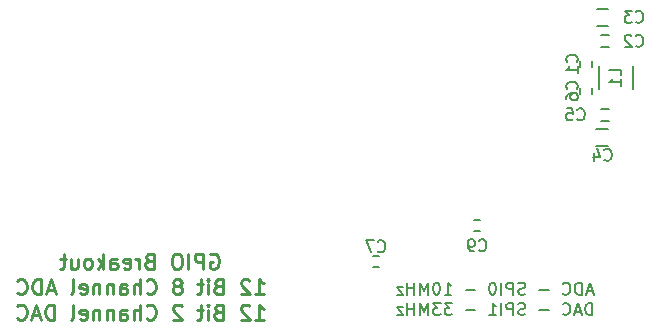
<source format=gbo>
G04 #@! TF.FileFunction,Legend,Bot*
%FSLAX46Y46*%
G04 Gerber Fmt 4.6, Leading zero omitted, Abs format (unit mm)*
G04 Created by KiCad (PCBNEW Rev-6964-Dev Build) date Sun Oct 16 19:16:18 2016*
%MOMM*%
%LPD*%
G01*
G04 APERTURE LIST*
%ADD10C,0.101600*%
%ADD11C,0.203200*%
%ADD12C,0.254000*%
%ADD13C,0.150000*%
G04 APERTURE END LIST*
D10*
D11*
X164012396Y-105731733D02*
X163528586Y-105731733D01*
X164109158Y-106022019D02*
X163770491Y-105006019D01*
X163431824Y-106022019D01*
X163093158Y-106022019D02*
X163093158Y-105006019D01*
X162851253Y-105006019D01*
X162706110Y-105054400D01*
X162609348Y-105151161D01*
X162560967Y-105247923D01*
X162512586Y-105441447D01*
X162512586Y-105586590D01*
X162560967Y-105780114D01*
X162609348Y-105876876D01*
X162706110Y-105973638D01*
X162851253Y-106022019D01*
X163093158Y-106022019D01*
X161496586Y-105925257D02*
X161544967Y-105973638D01*
X161690110Y-106022019D01*
X161786872Y-106022019D01*
X161932015Y-105973638D01*
X162028777Y-105876876D01*
X162077158Y-105780114D01*
X162125539Y-105586590D01*
X162125539Y-105441447D01*
X162077158Y-105247923D01*
X162028777Y-105151161D01*
X161932015Y-105054400D01*
X161786872Y-105006019D01*
X161690110Y-105006019D01*
X161544967Y-105054400D01*
X161496586Y-105102780D01*
X160287062Y-105634971D02*
X159512967Y-105634971D01*
X158303443Y-105973638D02*
X158158300Y-106022019D01*
X157916396Y-106022019D01*
X157819634Y-105973638D01*
X157771253Y-105925257D01*
X157722872Y-105828495D01*
X157722872Y-105731733D01*
X157771253Y-105634971D01*
X157819634Y-105586590D01*
X157916396Y-105538209D01*
X158109920Y-105489828D01*
X158206681Y-105441447D01*
X158255062Y-105393066D01*
X158303443Y-105296304D01*
X158303443Y-105199542D01*
X158255062Y-105102780D01*
X158206681Y-105054400D01*
X158109920Y-105006019D01*
X157868015Y-105006019D01*
X157722872Y-105054400D01*
X157287443Y-106022019D02*
X157287443Y-105006019D01*
X156900396Y-105006019D01*
X156803634Y-105054400D01*
X156755253Y-105102780D01*
X156706872Y-105199542D01*
X156706872Y-105344685D01*
X156755253Y-105441447D01*
X156803634Y-105489828D01*
X156900396Y-105538209D01*
X157287443Y-105538209D01*
X156271443Y-106022019D02*
X156271443Y-105006019D01*
X155594110Y-105006019D02*
X155497348Y-105006019D01*
X155400586Y-105054400D01*
X155352205Y-105102780D01*
X155303824Y-105199542D01*
X155255443Y-105393066D01*
X155255443Y-105634971D01*
X155303824Y-105828495D01*
X155352205Y-105925257D01*
X155400586Y-105973638D01*
X155497348Y-106022019D01*
X155594110Y-106022019D01*
X155690872Y-105973638D01*
X155739253Y-105925257D01*
X155787634Y-105828495D01*
X155836015Y-105634971D01*
X155836015Y-105393066D01*
X155787634Y-105199542D01*
X155739253Y-105102780D01*
X155690872Y-105054400D01*
X155594110Y-105006019D01*
X154045920Y-105634971D02*
X153271824Y-105634971D01*
X151481729Y-106022019D02*
X152062300Y-106022019D01*
X151772015Y-106022019D02*
X151772015Y-105006019D01*
X151868777Y-105151161D01*
X151965539Y-105247923D01*
X152062300Y-105296304D01*
X150852777Y-105006019D02*
X150756015Y-105006019D01*
X150659253Y-105054400D01*
X150610872Y-105102780D01*
X150562491Y-105199542D01*
X150514110Y-105393066D01*
X150514110Y-105634971D01*
X150562491Y-105828495D01*
X150610872Y-105925257D01*
X150659253Y-105973638D01*
X150756015Y-106022019D01*
X150852777Y-106022019D01*
X150949539Y-105973638D01*
X150997920Y-105925257D01*
X151046300Y-105828495D01*
X151094681Y-105634971D01*
X151094681Y-105393066D01*
X151046300Y-105199542D01*
X150997920Y-105102780D01*
X150949539Y-105054400D01*
X150852777Y-105006019D01*
X150078681Y-106022019D02*
X150078681Y-105006019D01*
X149740015Y-105731733D01*
X149401348Y-105006019D01*
X149401348Y-106022019D01*
X148917539Y-106022019D02*
X148917539Y-105006019D01*
X148917539Y-105489828D02*
X148336967Y-105489828D01*
X148336967Y-106022019D02*
X148336967Y-105006019D01*
X147949920Y-105344685D02*
X147417729Y-105344685D01*
X147949920Y-106022019D01*
X147417729Y-106022019D01*
X163964015Y-107749219D02*
X163964015Y-106733219D01*
X163722110Y-106733219D01*
X163576967Y-106781600D01*
X163480205Y-106878361D01*
X163431824Y-106975123D01*
X163383443Y-107168647D01*
X163383443Y-107313790D01*
X163431824Y-107507314D01*
X163480205Y-107604076D01*
X163576967Y-107700838D01*
X163722110Y-107749219D01*
X163964015Y-107749219D01*
X162996396Y-107458933D02*
X162512586Y-107458933D01*
X163093158Y-107749219D02*
X162754491Y-106733219D01*
X162415824Y-107749219D01*
X161496586Y-107652457D02*
X161544967Y-107700838D01*
X161690110Y-107749219D01*
X161786872Y-107749219D01*
X161932015Y-107700838D01*
X162028777Y-107604076D01*
X162077158Y-107507314D01*
X162125539Y-107313790D01*
X162125539Y-107168647D01*
X162077158Y-106975123D01*
X162028777Y-106878361D01*
X161932015Y-106781600D01*
X161786872Y-106733219D01*
X161690110Y-106733219D01*
X161544967Y-106781600D01*
X161496586Y-106829980D01*
X160287062Y-107362171D02*
X159512967Y-107362171D01*
X158303443Y-107700838D02*
X158158300Y-107749219D01*
X157916396Y-107749219D01*
X157819634Y-107700838D01*
X157771253Y-107652457D01*
X157722872Y-107555695D01*
X157722872Y-107458933D01*
X157771253Y-107362171D01*
X157819634Y-107313790D01*
X157916396Y-107265409D01*
X158109920Y-107217028D01*
X158206681Y-107168647D01*
X158255062Y-107120266D01*
X158303443Y-107023504D01*
X158303443Y-106926742D01*
X158255062Y-106829980D01*
X158206681Y-106781600D01*
X158109920Y-106733219D01*
X157868015Y-106733219D01*
X157722872Y-106781600D01*
X157287443Y-107749219D02*
X157287443Y-106733219D01*
X156900396Y-106733219D01*
X156803634Y-106781600D01*
X156755253Y-106829980D01*
X156706872Y-106926742D01*
X156706872Y-107071885D01*
X156755253Y-107168647D01*
X156803634Y-107217028D01*
X156900396Y-107265409D01*
X157287443Y-107265409D01*
X156271443Y-107749219D02*
X156271443Y-106733219D01*
X155255443Y-107749219D02*
X155836015Y-107749219D01*
X155545729Y-107749219D02*
X155545729Y-106733219D01*
X155642491Y-106878361D01*
X155739253Y-106975123D01*
X155836015Y-107023504D01*
X154045920Y-107362171D02*
X153271824Y-107362171D01*
X152110681Y-106733219D02*
X151481729Y-106733219D01*
X151820396Y-107120266D01*
X151675253Y-107120266D01*
X151578491Y-107168647D01*
X151530110Y-107217028D01*
X151481729Y-107313790D01*
X151481729Y-107555695D01*
X151530110Y-107652457D01*
X151578491Y-107700838D01*
X151675253Y-107749219D01*
X151965539Y-107749219D01*
X152062300Y-107700838D01*
X152110681Y-107652457D01*
X151143062Y-106733219D02*
X150514110Y-106733219D01*
X150852777Y-107120266D01*
X150707634Y-107120266D01*
X150610872Y-107168647D01*
X150562491Y-107217028D01*
X150514110Y-107313790D01*
X150514110Y-107555695D01*
X150562491Y-107652457D01*
X150610872Y-107700838D01*
X150707634Y-107749219D01*
X150997920Y-107749219D01*
X151094681Y-107700838D01*
X151143062Y-107652457D01*
X150078681Y-107749219D02*
X150078681Y-106733219D01*
X149740015Y-107458933D01*
X149401348Y-106733219D01*
X149401348Y-107749219D01*
X148917539Y-107749219D02*
X148917539Y-106733219D01*
X148917539Y-107217028D02*
X148336967Y-107217028D01*
X148336967Y-107749219D02*
X148336967Y-106733219D01*
X147949920Y-107071885D02*
X147417729Y-107071885D01*
X147949920Y-107749219D01*
X147417729Y-107749219D01*
D12*
X131656666Y-102616000D02*
X131777619Y-102555523D01*
X131959047Y-102555523D01*
X132140476Y-102616000D01*
X132261428Y-102736952D01*
X132321904Y-102857904D01*
X132382380Y-103099809D01*
X132382380Y-103281238D01*
X132321904Y-103523142D01*
X132261428Y-103644095D01*
X132140476Y-103765047D01*
X131959047Y-103825523D01*
X131838095Y-103825523D01*
X131656666Y-103765047D01*
X131596190Y-103704571D01*
X131596190Y-103281238D01*
X131838095Y-103281238D01*
X131051904Y-103825523D02*
X131051904Y-102555523D01*
X130568095Y-102555523D01*
X130447142Y-102616000D01*
X130386666Y-102676476D01*
X130326190Y-102797428D01*
X130326190Y-102978857D01*
X130386666Y-103099809D01*
X130447142Y-103160285D01*
X130568095Y-103220761D01*
X131051904Y-103220761D01*
X129781904Y-103825523D02*
X129781904Y-102555523D01*
X128935238Y-102555523D02*
X128693333Y-102555523D01*
X128572380Y-102616000D01*
X128451428Y-102736952D01*
X128390952Y-102978857D01*
X128390952Y-103402190D01*
X128451428Y-103644095D01*
X128572380Y-103765047D01*
X128693333Y-103825523D01*
X128935238Y-103825523D01*
X129056190Y-103765047D01*
X129177142Y-103644095D01*
X129237619Y-103402190D01*
X129237619Y-102978857D01*
X129177142Y-102736952D01*
X129056190Y-102616000D01*
X128935238Y-102555523D01*
X126455714Y-103160285D02*
X126274285Y-103220761D01*
X126213809Y-103281238D01*
X126153333Y-103402190D01*
X126153333Y-103583619D01*
X126213809Y-103704571D01*
X126274285Y-103765047D01*
X126395238Y-103825523D01*
X126879047Y-103825523D01*
X126879047Y-102555523D01*
X126455714Y-102555523D01*
X126334761Y-102616000D01*
X126274285Y-102676476D01*
X126213809Y-102797428D01*
X126213809Y-102918380D01*
X126274285Y-103039333D01*
X126334761Y-103099809D01*
X126455714Y-103160285D01*
X126879047Y-103160285D01*
X125609047Y-103825523D02*
X125609047Y-102978857D01*
X125609047Y-103220761D02*
X125548571Y-103099809D01*
X125488095Y-103039333D01*
X125367142Y-102978857D01*
X125246190Y-102978857D01*
X124339047Y-103765047D02*
X124460000Y-103825523D01*
X124701904Y-103825523D01*
X124822857Y-103765047D01*
X124883333Y-103644095D01*
X124883333Y-103160285D01*
X124822857Y-103039333D01*
X124701904Y-102978857D01*
X124460000Y-102978857D01*
X124339047Y-103039333D01*
X124278571Y-103160285D01*
X124278571Y-103281238D01*
X124883333Y-103402190D01*
X123190000Y-103825523D02*
X123190000Y-103160285D01*
X123250476Y-103039333D01*
X123371428Y-102978857D01*
X123613333Y-102978857D01*
X123734285Y-103039333D01*
X123190000Y-103765047D02*
X123310952Y-103825523D01*
X123613333Y-103825523D01*
X123734285Y-103765047D01*
X123794761Y-103644095D01*
X123794761Y-103523142D01*
X123734285Y-103402190D01*
X123613333Y-103341714D01*
X123310952Y-103341714D01*
X123190000Y-103281238D01*
X122585238Y-103825523D02*
X122585238Y-102555523D01*
X122464285Y-103341714D02*
X122101428Y-103825523D01*
X122101428Y-102978857D02*
X122585238Y-103462666D01*
X121375714Y-103825523D02*
X121496666Y-103765047D01*
X121557142Y-103704571D01*
X121617619Y-103583619D01*
X121617619Y-103220761D01*
X121557142Y-103099809D01*
X121496666Y-103039333D01*
X121375714Y-102978857D01*
X121194285Y-102978857D01*
X121073333Y-103039333D01*
X121012857Y-103099809D01*
X120952380Y-103220761D01*
X120952380Y-103583619D01*
X121012857Y-103704571D01*
X121073333Y-103765047D01*
X121194285Y-103825523D01*
X121375714Y-103825523D01*
X119863809Y-102978857D02*
X119863809Y-103825523D01*
X120408095Y-102978857D02*
X120408095Y-103644095D01*
X120347619Y-103765047D01*
X120226666Y-103825523D01*
X120045238Y-103825523D01*
X119924285Y-103765047D01*
X119863809Y-103704571D01*
X119440476Y-102978857D02*
X118956666Y-102978857D01*
X119259047Y-102555523D02*
X119259047Y-103644095D01*
X119198571Y-103765047D01*
X119077619Y-103825523D01*
X118956666Y-103825523D01*
X135436428Y-105984523D02*
X136162142Y-105984523D01*
X135799285Y-105984523D02*
X135799285Y-104714523D01*
X135920238Y-104895952D01*
X136041190Y-105016904D01*
X136162142Y-105077380D01*
X134952619Y-104835476D02*
X134892142Y-104775000D01*
X134771190Y-104714523D01*
X134468809Y-104714523D01*
X134347857Y-104775000D01*
X134287380Y-104835476D01*
X134226904Y-104956428D01*
X134226904Y-105077380D01*
X134287380Y-105258809D01*
X135013095Y-105984523D01*
X134226904Y-105984523D01*
X132291666Y-105319285D02*
X132110238Y-105379761D01*
X132049761Y-105440238D01*
X131989285Y-105561190D01*
X131989285Y-105742619D01*
X132049761Y-105863571D01*
X132110238Y-105924047D01*
X132231190Y-105984523D01*
X132715000Y-105984523D01*
X132715000Y-104714523D01*
X132291666Y-104714523D01*
X132170714Y-104775000D01*
X132110238Y-104835476D01*
X132049761Y-104956428D01*
X132049761Y-105077380D01*
X132110238Y-105198333D01*
X132170714Y-105258809D01*
X132291666Y-105319285D01*
X132715000Y-105319285D01*
X131445000Y-105984523D02*
X131445000Y-105137857D01*
X131445000Y-104714523D02*
X131505476Y-104775000D01*
X131445000Y-104835476D01*
X131384523Y-104775000D01*
X131445000Y-104714523D01*
X131445000Y-104835476D01*
X131021666Y-105137857D02*
X130537857Y-105137857D01*
X130840238Y-104714523D02*
X130840238Y-105803095D01*
X130779761Y-105924047D01*
X130658809Y-105984523D01*
X130537857Y-105984523D01*
X128965476Y-105258809D02*
X129086428Y-105198333D01*
X129146904Y-105137857D01*
X129207380Y-105016904D01*
X129207380Y-104956428D01*
X129146904Y-104835476D01*
X129086428Y-104775000D01*
X128965476Y-104714523D01*
X128723571Y-104714523D01*
X128602619Y-104775000D01*
X128542142Y-104835476D01*
X128481666Y-104956428D01*
X128481666Y-105016904D01*
X128542142Y-105137857D01*
X128602619Y-105198333D01*
X128723571Y-105258809D01*
X128965476Y-105258809D01*
X129086428Y-105319285D01*
X129146904Y-105379761D01*
X129207380Y-105500714D01*
X129207380Y-105742619D01*
X129146904Y-105863571D01*
X129086428Y-105924047D01*
X128965476Y-105984523D01*
X128723571Y-105984523D01*
X128602619Y-105924047D01*
X128542142Y-105863571D01*
X128481666Y-105742619D01*
X128481666Y-105500714D01*
X128542142Y-105379761D01*
X128602619Y-105319285D01*
X128723571Y-105258809D01*
X126244047Y-105863571D02*
X126304523Y-105924047D01*
X126485952Y-105984523D01*
X126606904Y-105984523D01*
X126788333Y-105924047D01*
X126909285Y-105803095D01*
X126969761Y-105682142D01*
X127030238Y-105440238D01*
X127030238Y-105258809D01*
X126969761Y-105016904D01*
X126909285Y-104895952D01*
X126788333Y-104775000D01*
X126606904Y-104714523D01*
X126485952Y-104714523D01*
X126304523Y-104775000D01*
X126244047Y-104835476D01*
X125699761Y-105984523D02*
X125699761Y-104714523D01*
X125155476Y-105984523D02*
X125155476Y-105319285D01*
X125215952Y-105198333D01*
X125336904Y-105137857D01*
X125518333Y-105137857D01*
X125639285Y-105198333D01*
X125699761Y-105258809D01*
X124006428Y-105984523D02*
X124006428Y-105319285D01*
X124066904Y-105198333D01*
X124187857Y-105137857D01*
X124429761Y-105137857D01*
X124550714Y-105198333D01*
X124006428Y-105924047D02*
X124127380Y-105984523D01*
X124429761Y-105984523D01*
X124550714Y-105924047D01*
X124611190Y-105803095D01*
X124611190Y-105682142D01*
X124550714Y-105561190D01*
X124429761Y-105500714D01*
X124127380Y-105500714D01*
X124006428Y-105440238D01*
X123401666Y-105137857D02*
X123401666Y-105984523D01*
X123401666Y-105258809D02*
X123341190Y-105198333D01*
X123220238Y-105137857D01*
X123038809Y-105137857D01*
X122917857Y-105198333D01*
X122857380Y-105319285D01*
X122857380Y-105984523D01*
X122252619Y-105137857D02*
X122252619Y-105984523D01*
X122252619Y-105258809D02*
X122192142Y-105198333D01*
X122071190Y-105137857D01*
X121889761Y-105137857D01*
X121768809Y-105198333D01*
X121708333Y-105319285D01*
X121708333Y-105984523D01*
X120619761Y-105924047D02*
X120740714Y-105984523D01*
X120982619Y-105984523D01*
X121103571Y-105924047D01*
X121164047Y-105803095D01*
X121164047Y-105319285D01*
X121103571Y-105198333D01*
X120982619Y-105137857D01*
X120740714Y-105137857D01*
X120619761Y-105198333D01*
X120559285Y-105319285D01*
X120559285Y-105440238D01*
X121164047Y-105561190D01*
X119833571Y-105984523D02*
X119954523Y-105924047D01*
X120015000Y-105803095D01*
X120015000Y-104714523D01*
X118442619Y-105621666D02*
X117837857Y-105621666D01*
X118563571Y-105984523D02*
X118140238Y-104714523D01*
X117716904Y-105984523D01*
X117293571Y-105984523D02*
X117293571Y-104714523D01*
X116991190Y-104714523D01*
X116809761Y-104775000D01*
X116688809Y-104895952D01*
X116628333Y-105016904D01*
X116567857Y-105258809D01*
X116567857Y-105440238D01*
X116628333Y-105682142D01*
X116688809Y-105803095D01*
X116809761Y-105924047D01*
X116991190Y-105984523D01*
X117293571Y-105984523D01*
X115297857Y-105863571D02*
X115358333Y-105924047D01*
X115539761Y-105984523D01*
X115660714Y-105984523D01*
X115842142Y-105924047D01*
X115963095Y-105803095D01*
X116023571Y-105682142D01*
X116084047Y-105440238D01*
X116084047Y-105258809D01*
X116023571Y-105016904D01*
X115963095Y-104895952D01*
X115842142Y-104775000D01*
X115660714Y-104714523D01*
X115539761Y-104714523D01*
X115358333Y-104775000D01*
X115297857Y-104835476D01*
X135436428Y-108143523D02*
X136162142Y-108143523D01*
X135799285Y-108143523D02*
X135799285Y-106873523D01*
X135920238Y-107054952D01*
X136041190Y-107175904D01*
X136162142Y-107236380D01*
X134952619Y-106994476D02*
X134892142Y-106934000D01*
X134771190Y-106873523D01*
X134468809Y-106873523D01*
X134347857Y-106934000D01*
X134287380Y-106994476D01*
X134226904Y-107115428D01*
X134226904Y-107236380D01*
X134287380Y-107417809D01*
X135013095Y-108143523D01*
X134226904Y-108143523D01*
X132291666Y-107478285D02*
X132110238Y-107538761D01*
X132049761Y-107599238D01*
X131989285Y-107720190D01*
X131989285Y-107901619D01*
X132049761Y-108022571D01*
X132110238Y-108083047D01*
X132231190Y-108143523D01*
X132715000Y-108143523D01*
X132715000Y-106873523D01*
X132291666Y-106873523D01*
X132170714Y-106934000D01*
X132110238Y-106994476D01*
X132049761Y-107115428D01*
X132049761Y-107236380D01*
X132110238Y-107357333D01*
X132170714Y-107417809D01*
X132291666Y-107478285D01*
X132715000Y-107478285D01*
X131445000Y-108143523D02*
X131445000Y-107296857D01*
X131445000Y-106873523D02*
X131505476Y-106934000D01*
X131445000Y-106994476D01*
X131384523Y-106934000D01*
X131445000Y-106873523D01*
X131445000Y-106994476D01*
X131021666Y-107296857D02*
X130537857Y-107296857D01*
X130840238Y-106873523D02*
X130840238Y-107962095D01*
X130779761Y-108083047D01*
X130658809Y-108143523D01*
X130537857Y-108143523D01*
X129207380Y-106994476D02*
X129146904Y-106934000D01*
X129025952Y-106873523D01*
X128723571Y-106873523D01*
X128602619Y-106934000D01*
X128542142Y-106994476D01*
X128481666Y-107115428D01*
X128481666Y-107236380D01*
X128542142Y-107417809D01*
X129267857Y-108143523D01*
X128481666Y-108143523D01*
X126244047Y-108022571D02*
X126304523Y-108083047D01*
X126485952Y-108143523D01*
X126606904Y-108143523D01*
X126788333Y-108083047D01*
X126909285Y-107962095D01*
X126969761Y-107841142D01*
X127030238Y-107599238D01*
X127030238Y-107417809D01*
X126969761Y-107175904D01*
X126909285Y-107054952D01*
X126788333Y-106934000D01*
X126606904Y-106873523D01*
X126485952Y-106873523D01*
X126304523Y-106934000D01*
X126244047Y-106994476D01*
X125699761Y-108143523D02*
X125699761Y-106873523D01*
X125155476Y-108143523D02*
X125155476Y-107478285D01*
X125215952Y-107357333D01*
X125336904Y-107296857D01*
X125518333Y-107296857D01*
X125639285Y-107357333D01*
X125699761Y-107417809D01*
X124006428Y-108143523D02*
X124006428Y-107478285D01*
X124066904Y-107357333D01*
X124187857Y-107296857D01*
X124429761Y-107296857D01*
X124550714Y-107357333D01*
X124006428Y-108083047D02*
X124127380Y-108143523D01*
X124429761Y-108143523D01*
X124550714Y-108083047D01*
X124611190Y-107962095D01*
X124611190Y-107841142D01*
X124550714Y-107720190D01*
X124429761Y-107659714D01*
X124127380Y-107659714D01*
X124006428Y-107599238D01*
X123401666Y-107296857D02*
X123401666Y-108143523D01*
X123401666Y-107417809D02*
X123341190Y-107357333D01*
X123220238Y-107296857D01*
X123038809Y-107296857D01*
X122917857Y-107357333D01*
X122857380Y-107478285D01*
X122857380Y-108143523D01*
X122252619Y-107296857D02*
X122252619Y-108143523D01*
X122252619Y-107417809D02*
X122192142Y-107357333D01*
X122071190Y-107296857D01*
X121889761Y-107296857D01*
X121768809Y-107357333D01*
X121708333Y-107478285D01*
X121708333Y-108143523D01*
X120619761Y-108083047D02*
X120740714Y-108143523D01*
X120982619Y-108143523D01*
X121103571Y-108083047D01*
X121164047Y-107962095D01*
X121164047Y-107478285D01*
X121103571Y-107357333D01*
X120982619Y-107296857D01*
X120740714Y-107296857D01*
X120619761Y-107357333D01*
X120559285Y-107478285D01*
X120559285Y-107599238D01*
X121164047Y-107720190D01*
X119833571Y-108143523D02*
X119954523Y-108083047D01*
X120015000Y-107962095D01*
X120015000Y-106873523D01*
X118382142Y-108143523D02*
X118382142Y-106873523D01*
X118079761Y-106873523D01*
X117898333Y-106934000D01*
X117777380Y-107054952D01*
X117716904Y-107175904D01*
X117656428Y-107417809D01*
X117656428Y-107599238D01*
X117716904Y-107841142D01*
X117777380Y-107962095D01*
X117898333Y-108083047D01*
X118079761Y-108143523D01*
X118382142Y-108143523D01*
X117172619Y-107780666D02*
X116567857Y-107780666D01*
X117293571Y-108143523D02*
X116870238Y-106873523D01*
X116446904Y-108143523D01*
X115297857Y-108022571D02*
X115358333Y-108083047D01*
X115539761Y-108143523D01*
X115660714Y-108143523D01*
X115842142Y-108083047D01*
X115963095Y-107962095D01*
X116023571Y-107841142D01*
X116084047Y-107599238D01*
X116084047Y-107417809D01*
X116023571Y-107175904D01*
X115963095Y-107054952D01*
X115842142Y-106934000D01*
X115660714Y-106873523D01*
X115539761Y-106873523D01*
X115358333Y-106934000D01*
X115297857Y-106994476D01*
D13*
X162974000Y-86737000D02*
X162974000Y-86237000D01*
X163924000Y-86237000D02*
X163924000Y-86737000D01*
X165439000Y-84082000D02*
X164739000Y-84082000D01*
X164739000Y-85082000D02*
X165439000Y-85082000D01*
X164346000Y-81800000D02*
X165346000Y-81800000D01*
X165346000Y-83300000D02*
X164346000Y-83300000D01*
X164339000Y-91960000D02*
X165339000Y-91960000D01*
X165339000Y-93460000D02*
X164339000Y-93460000D01*
X165439000Y-90305000D02*
X164739000Y-90305000D01*
X164739000Y-91305000D02*
X165439000Y-91305000D01*
X163924000Y-88523000D02*
X163924000Y-89023000D01*
X162974000Y-89023000D02*
X162974000Y-88523000D01*
X145419000Y-102776000D02*
X145919000Y-102776000D01*
X145919000Y-103726000D02*
X145419000Y-103726000D01*
X154491500Y-100678000D02*
X153991500Y-100678000D01*
X153991500Y-99728000D02*
X154491500Y-99728000D01*
X164514000Y-88630000D02*
X164514000Y-86630000D01*
X167464000Y-86630000D02*
X167464000Y-88630000D01*
X162663142Y-86320333D02*
X162710761Y-86272714D01*
X162758380Y-86129857D01*
X162758380Y-86034619D01*
X162710761Y-85891761D01*
X162615523Y-85796523D01*
X162520285Y-85748904D01*
X162329809Y-85701285D01*
X162186952Y-85701285D01*
X161996476Y-85748904D01*
X161901238Y-85796523D01*
X161806000Y-85891761D01*
X161758380Y-86034619D01*
X161758380Y-86129857D01*
X161806000Y-86272714D01*
X161853619Y-86320333D01*
X162758380Y-87272714D02*
X162758380Y-86701285D01*
X162758380Y-86987000D02*
X161758380Y-86987000D01*
X161901238Y-86891761D01*
X161996476Y-86796523D01*
X162044095Y-86701285D01*
X167679666Y-84939142D02*
X167727285Y-84986761D01*
X167870142Y-85034380D01*
X167965380Y-85034380D01*
X168108238Y-84986761D01*
X168203476Y-84891523D01*
X168251095Y-84796285D01*
X168298714Y-84605809D01*
X168298714Y-84462952D01*
X168251095Y-84272476D01*
X168203476Y-84177238D01*
X168108238Y-84082000D01*
X167965380Y-84034380D01*
X167870142Y-84034380D01*
X167727285Y-84082000D01*
X167679666Y-84129619D01*
X167298714Y-84129619D02*
X167251095Y-84082000D01*
X167155857Y-84034380D01*
X166917761Y-84034380D01*
X166822523Y-84082000D01*
X166774904Y-84129619D01*
X166727285Y-84224857D01*
X166727285Y-84320095D01*
X166774904Y-84462952D01*
X167346333Y-85034380D01*
X166727285Y-85034380D01*
X167679666Y-82907142D02*
X167727285Y-82954761D01*
X167870142Y-83002380D01*
X167965380Y-83002380D01*
X168108238Y-82954761D01*
X168203476Y-82859523D01*
X168251095Y-82764285D01*
X168298714Y-82573809D01*
X168298714Y-82430952D01*
X168251095Y-82240476D01*
X168203476Y-82145238D01*
X168108238Y-82050000D01*
X167965380Y-82002380D01*
X167870142Y-82002380D01*
X167727285Y-82050000D01*
X167679666Y-82097619D01*
X167346333Y-82002380D02*
X166727285Y-82002380D01*
X167060619Y-82383333D01*
X166917761Y-82383333D01*
X166822523Y-82430952D01*
X166774904Y-82478571D01*
X166727285Y-82573809D01*
X166727285Y-82811904D01*
X166774904Y-82907142D01*
X166822523Y-82954761D01*
X166917761Y-83002380D01*
X167203476Y-83002380D01*
X167298714Y-82954761D01*
X167346333Y-82907142D01*
X165012666Y-94591142D02*
X165060285Y-94638761D01*
X165203142Y-94686380D01*
X165298380Y-94686380D01*
X165441238Y-94638761D01*
X165536476Y-94543523D01*
X165584095Y-94448285D01*
X165631714Y-94257809D01*
X165631714Y-94114952D01*
X165584095Y-93924476D01*
X165536476Y-93829238D01*
X165441238Y-93734000D01*
X165298380Y-93686380D01*
X165203142Y-93686380D01*
X165060285Y-93734000D01*
X165012666Y-93781619D01*
X164155523Y-94019714D02*
X164155523Y-94686380D01*
X164393619Y-93638761D02*
X164631714Y-94353047D01*
X164012666Y-94353047D01*
X162726666Y-91162142D02*
X162774285Y-91209761D01*
X162917142Y-91257380D01*
X163012380Y-91257380D01*
X163155238Y-91209761D01*
X163250476Y-91114523D01*
X163298095Y-91019285D01*
X163345714Y-90828809D01*
X163345714Y-90685952D01*
X163298095Y-90495476D01*
X163250476Y-90400238D01*
X163155238Y-90305000D01*
X163012380Y-90257380D01*
X162917142Y-90257380D01*
X162774285Y-90305000D01*
X162726666Y-90352619D01*
X161821904Y-90257380D02*
X162298095Y-90257380D01*
X162345714Y-90733571D01*
X162298095Y-90685952D01*
X162202857Y-90638333D01*
X161964761Y-90638333D01*
X161869523Y-90685952D01*
X161821904Y-90733571D01*
X161774285Y-90828809D01*
X161774285Y-91066904D01*
X161821904Y-91162142D01*
X161869523Y-91209761D01*
X161964761Y-91257380D01*
X162202857Y-91257380D01*
X162298095Y-91209761D01*
X162345714Y-91162142D01*
X162663142Y-88606333D02*
X162710761Y-88558714D01*
X162758380Y-88415857D01*
X162758380Y-88320619D01*
X162710761Y-88177761D01*
X162615523Y-88082523D01*
X162520285Y-88034904D01*
X162329809Y-87987285D01*
X162186952Y-87987285D01*
X161996476Y-88034904D01*
X161901238Y-88082523D01*
X161806000Y-88177761D01*
X161758380Y-88320619D01*
X161758380Y-88415857D01*
X161806000Y-88558714D01*
X161853619Y-88606333D01*
X161758380Y-89463476D02*
X161758380Y-89273000D01*
X161806000Y-89177761D01*
X161853619Y-89130142D01*
X161996476Y-89034904D01*
X162186952Y-88987285D01*
X162567904Y-88987285D01*
X162663142Y-89034904D01*
X162710761Y-89082523D01*
X162758380Y-89177761D01*
X162758380Y-89368238D01*
X162710761Y-89463476D01*
X162663142Y-89511095D01*
X162567904Y-89558714D01*
X162329809Y-89558714D01*
X162234571Y-89511095D01*
X162186952Y-89463476D01*
X162139333Y-89368238D01*
X162139333Y-89177761D01*
X162186952Y-89082523D01*
X162234571Y-89034904D01*
X162329809Y-88987285D01*
X145835666Y-102338142D02*
X145883285Y-102385761D01*
X146026142Y-102433380D01*
X146121380Y-102433380D01*
X146264238Y-102385761D01*
X146359476Y-102290523D01*
X146407095Y-102195285D01*
X146454714Y-102004809D01*
X146454714Y-101861952D01*
X146407095Y-101671476D01*
X146359476Y-101576238D01*
X146264238Y-101481000D01*
X146121380Y-101433380D01*
X146026142Y-101433380D01*
X145883285Y-101481000D01*
X145835666Y-101528619D01*
X145502333Y-101433380D02*
X144835666Y-101433380D01*
X145264238Y-102433380D01*
X154408166Y-102260142D02*
X154455785Y-102307761D01*
X154598642Y-102355380D01*
X154693880Y-102355380D01*
X154836738Y-102307761D01*
X154931976Y-102212523D01*
X154979595Y-102117285D01*
X155027214Y-101926809D01*
X155027214Y-101783952D01*
X154979595Y-101593476D01*
X154931976Y-101498238D01*
X154836738Y-101403000D01*
X154693880Y-101355380D01*
X154598642Y-101355380D01*
X154455785Y-101403000D01*
X154408166Y-101450619D01*
X153931976Y-102355380D02*
X153741500Y-102355380D01*
X153646261Y-102307761D01*
X153598642Y-102260142D01*
X153503404Y-102117285D01*
X153455785Y-101926809D01*
X153455785Y-101545857D01*
X153503404Y-101450619D01*
X153551023Y-101403000D01*
X153646261Y-101355380D01*
X153836738Y-101355380D01*
X153931976Y-101403000D01*
X153979595Y-101450619D01*
X154027214Y-101545857D01*
X154027214Y-101783952D01*
X153979595Y-101879190D01*
X153931976Y-101926809D01*
X153836738Y-101974428D01*
X153646261Y-101974428D01*
X153551023Y-101926809D01*
X153503404Y-101879190D01*
X153455785Y-101783952D01*
X166441380Y-87463333D02*
X166441380Y-86987142D01*
X165441380Y-86987142D01*
X166441380Y-88320476D02*
X166441380Y-87749047D01*
X166441380Y-88034761D02*
X165441380Y-88034761D01*
X165584238Y-87939523D01*
X165679476Y-87844285D01*
X165727095Y-87749047D01*
M02*

</source>
